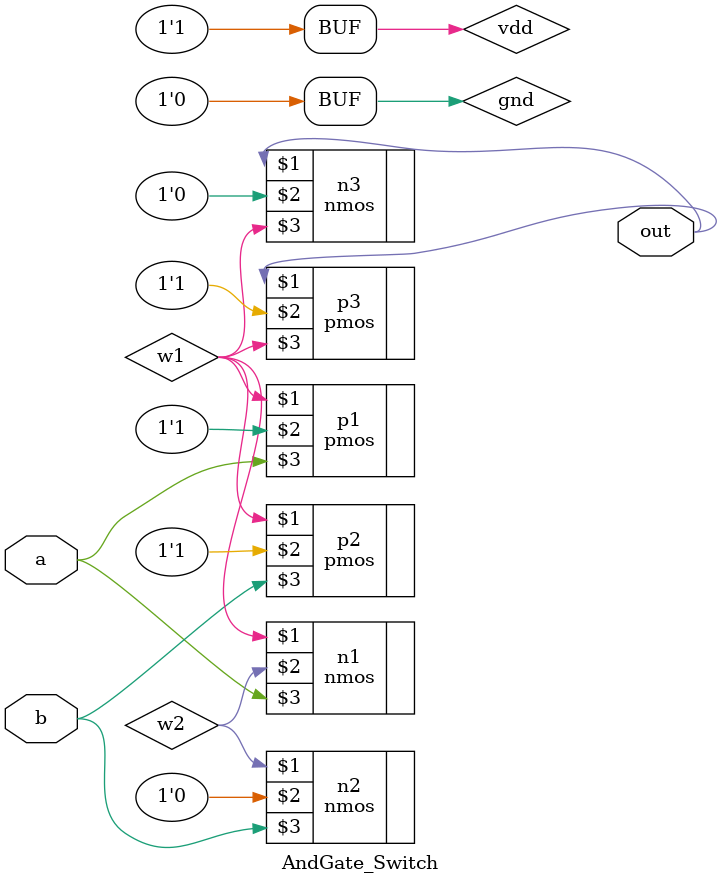
<source format=v>
`timescale 1ns / 1ps


module AndGate_Switch(    
    input a,b,
    output out 
    );
    supply0 gnd;
    supply1 vdd;
    wire w1,w2;
    
    pmos p1(w1,vdd,a);
    pmos p2(w1,vdd,b);
    nmos n1(w1,w2,a);
    nmos n2(w2,gnd,b);
    
    pmos p3(out,vdd,w1);
    nmos n3(out,gnd,w1);
    
endmodule

</source>
